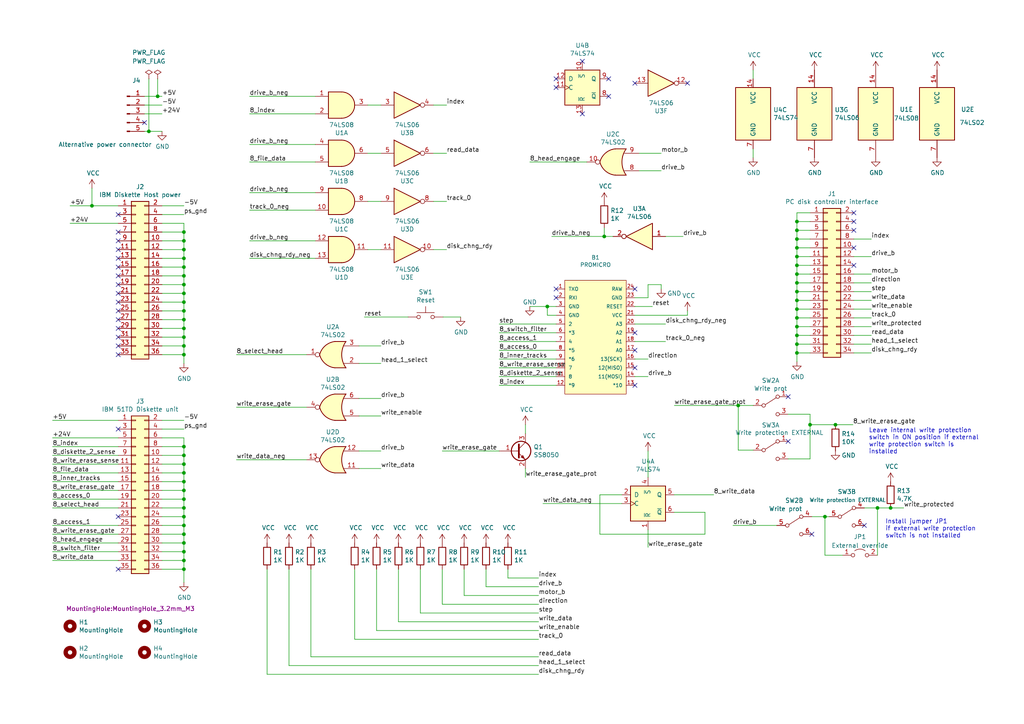
<source format=kicad_sch>
(kicad_sch (version 20211123) (generator eeschema)
  (paper "A4")
  (title_block (title "FloppyRider ") (date "2022-10-12") (rev "2") (comment 1 "https://github.com/inmbolmie/floppyrider") (comment 2 "Disk interface to adapt an IBM 31SD/51TD Diskette drive to the PC floppy interface"))
  (junction (at 231.14 89.662))
  (junction (at 53.34 144.78))
  (junction (at 53.34 160.02))
  (junction (at 43.18 38.1))
  (junction (at 242.316 123.19))
  (junction (at 214.122 117.602))
  (junction (at 53.34 132.08))
  (junction (at 53.34 80.01))
  (junction (at 258.318 147.32))
  (junction (at 158.75 88.9))
  (junction (at 53.34 147.32))
  (junction (at 231.14 82.042))
  (junction (at 53.34 69.85))
  (junction (at 231.14 87.122))
  (junction (at 53.34 162.56))
  (junction (at 53.34 72.39))
  (junction (at 53.34 85.09))
  (junction (at 53.34 90.17))
  (junction (at 53.34 97.79))
  (junction (at 53.34 134.62))
  (junction (at 231.14 64.262))
  (junction (at 231.14 97.282))
  (junction (at 53.34 67.31))
  (junction (at 254.508 147.32))
  (junction (at 175.26 68.58))
  (junction (at 231.14 94.742))
  (junction (at 53.34 129.54))
  (junction (at 53.34 77.47))
  (junction (at 231.14 99.822))
  (junction (at 53.34 154.94))
  (junction (at 234.95 123.19))
  (junction (at 231.14 74.422))
  (junction (at 53.34 152.4))
  (junction (at 53.34 157.48))
  (junction (at 231.14 84.582))
  (junction (at 231.14 76.962))
  (junction (at 231.14 102.362))
  (junction (at 239.268 149.86))
  (junction (at 53.34 100.33))
  (junction (at 53.34 139.7))
  (junction (at 45.72 27.94))
  (junction (at 53.34 137.16))
  (junction (at 231.14 92.202))
  (junction (at 231.14 79.502))
  (junction (at 53.34 92.71))
  (junction (at 53.34 87.63))
  (junction (at 53.34 149.86))
  (junction (at 53.34 165.1))
  (junction (at 53.34 74.93))
  (junction (at 26.67 59.69))
  (junction (at 53.34 142.24))
  (junction (at 53.34 102.87))
  (junction (at 53.34 95.25))
  (junction (at 231.14 66.802))
  (junction (at 231.14 71.882))
  (junction (at 231.14 69.342))
  (junction (at 53.34 82.55))
  (no_connect (at 184.15 83.82))
  (no_connect (at 199.39 24.13))
  (no_connect (at 34.29 102.87))
  (no_connect (at 247.65 64.262))
  (no_connect (at 34.29 100.33))
  (no_connect (at 34.29 74.93))
  (no_connect (at 34.29 67.31))
  (no_connect (at 250.698 152.4))
  (no_connect (at 184.15 111.76))
  (no_connect (at 161.29 83.82))
  (no_connect (at 161.29 22.86))
  (no_connect (at 34.29 82.55))
  (no_connect (at 184.15 24.13))
  (no_connect (at 34.29 97.79))
  (no_connect (at 184.15 96.52))
  (no_connect (at 247.65 66.802))
  (no_connect (at 34.29 77.47))
  (no_connect (at 235.458 154.94))
  (no_connect (at 34.29 80.01))
  (no_connect (at 34.29 149.86))
  (no_connect (at 34.29 90.17))
  (no_connect (at 184.15 101.6))
  (no_connect (at 176.53 27.94))
  (no_connect (at 228.6 115.062))
  (no_connect (at 34.29 87.63))
  (no_connect (at 34.29 72.39))
  (no_connect (at 184.15 106.68))
  (no_connect (at 247.65 76.962))
  (no_connect (at 41.91 35.56))
  (no_connect (at 168.91 33.02))
  (no_connect (at 168.91 17.78))
  (no_connect (at 34.29 62.23))
  (no_connect (at 34.29 92.71))
  (no_connect (at 34.29 165.1))
  (no_connect (at 228.6 128.016))
  (no_connect (at 34.29 69.85))
  (no_connect (at 34.29 85.09))
  (no_connect (at 34.29 124.46))
  (no_connect (at 161.29 25.4))
  (no_connect (at 34.29 95.25))
  (no_connect (at 247.65 71.882))
  (no_connect (at 176.53 22.86))
  (no_connect (at 247.65 61.722))
  (no_connect (at 161.29 86.36))
  (wire (pts (xy 231.14 89.662) (xy 234.95 89.662)))
  (wire (pts (xy 34.29 160.02) (xy 15.24 160.02)))
  (wire (pts (xy 134.62 172.72) (xy 134.62 165.1)))
  (wire (pts (xy 234.95 92.202) (xy 231.14 92.202)))
  (wire (pts (xy 161.29 109.22) (xy 144.78 109.22)))
  (wire (pts (xy 77.47 195.58) (xy 77.47 165.1)))
  (wire (pts (xy 247.65 102.362) (xy 252.73 102.362)))
  (wire (pts (xy 46.99 152.4) (xy 53.34 152.4)))
  (wire (pts (xy 147.32 167.64) (xy 156.21 167.64)))
  (wire (pts (xy 104.14 130.81) (xy 110.49 130.81)))
  (wire (pts (xy 15.24 134.62) (xy 34.29 134.62)))
  (wire (pts (xy 144.78 93.98) (xy 161.29 93.98)))
  (wire (pts (xy 53.34 95.25) (xy 46.99 95.25)))
  (wire (pts (xy 115.57 180.34) (xy 156.21 180.34)))
  (wire (pts (xy 106.68 44.45) (xy 110.49 44.45)))
  (wire (pts (xy 53.34 100.33) (xy 53.34 102.87)))
  (wire (pts (xy 231.14 79.502) (xy 231.14 82.042)))
  (wire (pts (xy 204.47 154.94) (xy 204.47 148.59)))
  (wire (pts (xy 15.24 127) (xy 34.29 127)))
  (wire (pts (xy 231.14 97.282) (xy 231.14 99.822)))
  (wire (pts (xy 90.17 190.5) (xy 156.21 190.5)))
  (wire (pts (xy 109.22 182.88) (xy 156.21 182.88)))
  (wire (pts (xy 46.99 59.69) (xy 53.34 59.69)))
  (wire (pts (xy 231.14 66.802) (xy 231.14 69.342)))
  (wire (pts (xy 173.99 154.94) (xy 204.47 154.94)))
  (wire (pts (xy 218.44 20.32) (xy 218.44 22.86)))
  (wire (pts (xy 53.34 142.24) (xy 53.34 144.78)))
  (wire (pts (xy 247.65 97.282) (xy 252.73 97.282)))
  (wire (pts (xy 254.508 147.32) (xy 258.318 147.32)))
  (wire (pts (xy 53.34 149.86) (xy 53.34 152.4)))
  (wire (pts (xy 43.18 22.86) (xy 43.18 38.1)))
  (wire (pts (xy 161.29 101.6) (xy 144.78 101.6)))
  (wire (pts (xy 231.14 89.662) (xy 231.14 92.202)))
  (wire (pts (xy 184.15 91.44) (xy 199.39 91.44)))
  (wire (pts (xy 252.73 89.662) (xy 247.65 89.662)))
  (wire (pts (xy 53.34 147.32) (xy 53.34 149.86)))
  (wire (pts (xy 173.99 143.51) (xy 180.34 143.51)))
  (wire (pts (xy 53.34 97.79) (xy 53.34 100.33)))
  (wire (pts (xy 46.99 67.31) (xy 53.34 67.31)))
  (wire (pts (xy 152.4 135.89) (xy 152.4 138.43)))
  (wire (pts (xy 242.316 123.19) (xy 247.396 123.19)))
  (wire (pts (xy 53.34 74.93) (xy 46.99 74.93)))
  (wire (pts (xy 104.14 120.65) (xy 110.49 120.65)))
  (wire (pts (xy 53.34 69.85) (xy 46.99 69.85)))
  (wire (pts (xy 231.14 99.822) (xy 231.14 102.362)))
  (wire (pts (xy 53.34 157.48) (xy 53.34 160.02)))
  (wire (pts (xy 102.87 185.42) (xy 156.21 185.42)))
  (wire (pts (xy 106.68 58.42) (xy 110.49 58.42)))
  (wire (pts (xy 214.122 117.602) (xy 218.44 117.602)))
  (wire (pts (xy 184.15 86.36) (xy 187.96 86.36)))
  (wire (pts (xy 53.34 77.47) (xy 53.34 80.01)))
  (wire (pts (xy 105.664 91.948) (xy 118.364 91.948)))
  (wire (pts (xy 115.57 180.34) (xy 115.57 165.1)))
  (wire (pts (xy 140.97 170.18) (xy 140.97 165.1)))
  (wire (pts (xy 199.39 91.44) (xy 199.39 90.17)))
  (wire (pts (xy 46.99 82.55) (xy 53.34 82.55)))
  (wire (pts (xy 128.27 130.81) (xy 144.78 130.81)))
  (wire (pts (xy 26.67 59.69) (xy 26.67 54.61)))
  (wire (pts (xy 110.49 115.57) (xy 104.14 115.57)))
  (wire (pts (xy 53.34 72.39) (xy 53.34 74.93)))
  (wire (pts (xy 218.44 45.72) (xy 218.44 43.18)))
  (wire (pts (xy 53.34 92.71) (xy 53.34 95.25)))
  (wire (pts (xy 53.34 102.87) (xy 53.34 105.41)))
  (wire (pts (xy 184.15 104.14) (xy 187.96 104.14)))
  (wire (pts (xy 187.96 109.22) (xy 184.15 109.22)))
  (wire (pts (xy 231.14 74.422) (xy 231.14 76.962)))
  (wire (pts (xy 231.14 94.742) (xy 231.14 97.282)))
  (wire (pts (xy 45.72 22.86) (xy 45.72 27.94)))
  (wire (pts (xy 158.75 91.44) (xy 158.75 88.9)))
  (wire (pts (xy 247.65 92.202) (xy 252.73 92.202)))
  (wire (pts (xy 234.95 133.096) (xy 234.95 123.19)))
  (wire (pts (xy 231.14 79.502) (xy 234.95 79.502)))
  (wire (pts (xy 140.97 170.18) (xy 156.21 170.18)))
  (wire (pts (xy 53.34 64.77) (xy 53.34 67.31)))
  (wire (pts (xy 46.99 64.77) (xy 53.34 64.77)))
  (wire (pts (xy 53.34 69.85) (xy 53.34 72.39)))
  (wire (pts (xy 234.95 82.042) (xy 231.14 82.042)))
  (wire (pts (xy 234.95 66.802) (xy 231.14 66.802)))
  (wire (pts (xy 187.96 82.55) (xy 187.96 86.36)))
  (wire (pts (xy 235.458 149.86) (xy 239.268 149.86)))
  (wire (pts (xy 212.598 152.4) (xy 225.298 152.4)))
  (wire (pts (xy 46.99 139.7) (xy 53.34 139.7)))
  (wire (pts (xy 46.99 142.24) (xy 53.34 142.24)))
  (wire (pts (xy 46.99 129.54) (xy 53.34 129.54)))
  (wire (pts (xy 102.87 185.42) (xy 102.87 165.1)))
  (wire (pts (xy 68.58 102.87) (xy 88.9 102.87)))
  (wire (pts (xy 53.34 80.01) (xy 46.99 80.01)))
  (wire (pts (xy 214.122 130.556) (xy 214.122 117.602)))
  (wire (pts (xy 46.99 62.23) (xy 53.34 62.23)))
  (wire (pts (xy 15.24 121.92) (xy 34.29 121.92)))
  (wire (pts (xy 72.39 41.91) (xy 91.44 41.91)))
  (wire (pts (xy 68.58 133.35) (xy 88.9 133.35)))
  (wire (pts (xy 46.99 33.02) (xy 41.91 33.02)))
  (wire (pts (xy 128.524 91.948) (xy 133.604 91.948)))
  (wire (pts (xy 231.14 87.122) (xy 231.14 89.662)))
  (wire (pts (xy 72.39 46.99) (xy 91.44 46.99)))
  (wire (pts (xy 53.34 124.46) (xy 46.99 124.46)))
  (wire (pts (xy 53.34 132.08) (xy 46.99 132.08)))
  (wire (pts (xy 15.24 154.94) (xy 34.29 154.94)))
  (wire (pts (xy 152.4 123.19) (xy 152.4 125.73)))
  (wire (pts (xy 129.54 58.42) (xy 125.73 58.42)))
  (wire (pts (xy 121.92 177.8) (xy 121.92 165.1)))
  (wire (pts (xy 239.268 161.036) (xy 239.268 149.86)))
  (wire (pts (xy 72.39 74.93) (xy 91.44 74.93)))
  (wire (pts (xy 231.14 61.722) (xy 231.14 64.262)))
  (wire (pts (xy 258.318 147.32) (xy 262.128 147.32)))
  (wire (pts (xy 45.72 27.94) (xy 41.91 27.94)))
  (wire (pts (xy 46.99 157.48) (xy 53.34 157.48)))
  (wire (pts (xy 53.34 100.33) (xy 46.99 100.33)))
  (wire (pts (xy 184.15 93.98) (xy 193.04 93.98)))
  (wire (pts (xy 53.34 87.63) (xy 53.34 90.17)))
  (wire (pts (xy 46.99 162.56) (xy 53.34 162.56)))
  (wire (pts (xy 106.68 30.48) (xy 110.49 30.48)))
  (wire (pts (xy 46.99 102.87) (xy 53.34 102.87)))
  (wire (pts (xy 144.78 99.06) (xy 161.29 99.06)))
  (wire (pts (xy 250.698 147.32) (xy 254.508 147.32)))
  (wire (pts (xy 15.24 157.48) (xy 34.29 157.48)))
  (wire (pts (xy 15.24 129.54) (xy 34.29 129.54)))
  (wire (pts (xy 175.26 68.58) (xy 177.8 68.58)))
  (wire (pts (xy 231.14 94.742) (xy 234.95 94.742)))
  (wire (pts (xy 157.48 146.05) (xy 180.34 146.05)))
  (wire (pts (xy 53.34 139.7) (xy 53.34 142.24)))
  (wire (pts (xy 175.26 66.04) (xy 175.26 68.58)))
  (wire (pts (xy 72.39 55.88) (xy 91.44 55.88)))
  (wire (pts (xy 46.99 27.94) (xy 45.72 27.94)))
  (wire (pts (xy 15.24 132.08) (xy 34.29 132.08)))
  (wire (pts (xy 53.34 152.4) (xy 53.34 154.94)))
  (wire (pts (xy 46.99 134.62) (xy 53.34 134.62)))
  (wire (pts (xy 144.78 106.68) (xy 161.29 106.68)))
  (wire (pts (xy 195.58 143.51) (xy 207.01 143.51)))
  (wire (pts (xy 53.34 127) (xy 46.99 127)))
  (wire (pts (xy 53.34 85.09) (xy 53.34 87.63)))
  (wire (pts (xy 15.24 139.7) (xy 34.29 139.7)))
  (wire (pts (xy 109.22 182.88) (xy 109.22 165.1)))
  (wire (pts (xy 125.73 44.45) (xy 129.54 44.45)))
  (wire (pts (xy 15.24 137.16) (xy 34.29 137.16)))
  (wire (pts (xy 191.77 82.55) (xy 191.77 83.82)))
  (wire (pts (xy 53.34 127) (xy 53.34 129.54)))
  (wire (pts (xy 53.34 165.1) (xy 53.34 168.91)))
  (wire (pts (xy 231.14 69.342) (xy 234.95 69.342)))
  (wire (pts (xy 46.99 147.32) (xy 53.34 147.32)))
  (wire (pts (xy 239.268 149.86) (xy 240.538 149.86)))
  (wire (pts (xy 234.95 71.882) (xy 231.14 71.882)))
  (wire (pts (xy 231.14 84.582) (xy 231.14 87.122)))
  (wire (pts (xy 53.34 137.16) (xy 53.34 139.7)))
  (wire (pts (xy 228.6 133.096) (xy 234.95 133.096)))
  (wire (pts (xy 187.96 130.81) (xy 187.96 138.43)))
  (wire (pts (xy 195.58 117.602) (xy 214.122 117.602)))
  (wire (pts (xy 185.42 44.45) (xy 191.77 44.45)))
  (wire (pts (xy 46.99 87.63) (xy 53.34 87.63)))
  (wire (pts (xy 53.34 85.09) (xy 46.99 85.09)))
  (wire (pts (xy 158.75 88.9) (xy 153.67 88.9)))
  (wire (pts (xy 231.14 64.262) (xy 231.14 66.802)))
  (wire (pts (xy 231.14 74.422) (xy 234.95 74.422)))
  (wire (pts (xy 53.34 95.25) (xy 53.34 97.79)))
  (wire (pts (xy 106.68 72.39) (xy 110.49 72.39)))
  (wire (pts (xy 234.95 76.962) (xy 231.14 76.962)))
  (wire (pts (xy 231.14 69.342) (xy 231.14 71.882)))
  (wire (pts (xy 53.34 129.54) (xy 53.34 132.08)))
  (wire (pts (xy 72.39 33.02) (xy 91.44 33.02)))
  (wire (pts (xy 128.27 175.26) (xy 128.27 165.1)))
  (wire (pts (xy 77.47 195.58) (xy 156.21 195.58)))
  (wire (pts (xy 147.32 165.1) (xy 147.32 167.64)))
  (wire (pts (xy 46.99 165.1) (xy 53.34 165.1)))
  (wire (pts (xy 83.82 193.04) (xy 83.82 165.1)))
  (wire (pts (xy 15.24 162.56) (xy 34.29 162.56)))
  (wire (pts (xy 218.44 130.556) (xy 214.122 130.556)))
  (wire (pts (xy 184.15 88.9) (xy 189.23 88.9)))
  (wire (pts (xy 20.32 59.69) (xy 26.67 59.69)))
  (wire (pts (xy 46.99 149.86) (xy 53.34 149.86)))
  (wire (pts (xy 90.17 190.5) (xy 90.17 165.1)))
  (wire (pts (xy 125.73 72.39) (xy 129.54 72.39)))
  (wire (pts (xy 53.34 160.02) (xy 53.34 162.56)))
  (wire (pts (xy 53.34 132.08) (xy 53.34 134.62)))
  (wire (pts (xy 104.14 105.41) (xy 110.49 105.41)))
  (wire (pts (xy 252.73 79.502) (xy 247.65 79.502)))
  (wire (pts (xy 247.65 87.122) (xy 252.73 87.122)))
  (wire (pts (xy 231.14 102.362) (xy 231.14 104.902)))
  (wire (pts (xy 252.73 99.822) (xy 247.65 99.822)))
  (wire (pts (xy 231.14 82.042) (xy 231.14 84.582)))
  (wire (pts (xy 43.18 38.1) (xy 46.99 38.1)))
  (wire (pts (xy 53.34 90.17) (xy 46.99 90.17)))
  (wire (pts (xy 234.95 87.122) (xy 231.14 87.122)))
  (wire (pts (xy 72.39 69.85) (xy 91.44 69.85)))
  (wire (pts (xy 53.34 144.78) (xy 53.34 147.32)))
  (wire (pts (xy 91.44 60.96) (xy 72.39 60.96)))
  (wire (pts (xy 247.65 74.422) (xy 252.73 74.422)))
  (wire (pts (xy 34.29 144.78) (xy 15.24 144.78)))
  (wire (pts (xy 128.27 175.26) (xy 156.21 175.26)))
  (wire (pts (xy 161.29 96.52) (xy 144.78 96.52)))
  (wire (pts (xy 231.14 92.202) (xy 231.14 94.742)))
  (wire (pts (xy 187.96 82.55) (xy 191.77 82.55)))
  (wire (pts (xy 46.99 72.39) (xy 53.34 72.39)))
  (wire (pts (xy 184.15 99.06) (xy 193.04 99.06)))
  (wire (pts (xy 53.34 67.31) (xy 53.34 69.85)))
  (wire (pts (xy 160.02 68.58) (xy 175.26 68.58)))
  (wire (pts (xy 161.29 88.9) (xy 158.75 88.9)))
  (wire (pts (xy 252.73 84.582) (xy 247.65 84.582)))
  (wire (pts (xy 252.73 94.742) (xy 247.65 94.742)))
  (wire (pts (xy 46.99 92.71) (xy 53.34 92.71)))
  (wire (pts (xy 41.91 30.48) (xy 46.99 30.48)))
  (wire (pts (xy 231.14 76.962) (xy 231.14 79.502)))
  (wire (pts (xy 104.14 100.33) (xy 110.49 100.33)))
  (wire (pts (xy 72.39 27.94) (xy 91.44 27.94)))
  (wire (pts (xy 252.73 69.342) (xy 247.65 69.342)))
  (wire (pts (xy 41.91 38.1) (xy 43.18 38.1)))
  (wire (pts (xy 53.34 137.16) (xy 46.99 137.16)))
  (wire (pts (xy 231.14 64.262) (xy 234.95 64.262)))
  (wire (pts (xy 15.24 147.32) (xy 34.29 147.32)))
  (wire (pts (xy 254.508 161.036) (xy 254.508 147.32)))
  (wire (pts (xy 104.14 135.89) (xy 110.49 135.89)))
  (wire (pts (xy 234.95 123.19) (xy 242.316 123.19)))
  (wire (pts (xy 53.34 154.94) (xy 53.34 157.48)))
  (wire (pts (xy 244.348 161.036) (xy 239.268 161.036)))
  (wire (pts (xy 83.82 193.04) (xy 156.21 193.04)))
  (wire (pts (xy 46.99 77.47) (xy 53.34 77.47)))
  (wire (pts (xy 134.62 172.72) (xy 156.21 172.72)))
  (wire (pts (xy 228.6 120.142) (xy 234.95 120.142)))
  (wire (pts (xy 193.04 68.58) (xy 198.12 68.58)))
  (wire (pts (xy 234.95 102.362) (xy 231.14 102.362)))
  (wire (pts (xy 195.58 148.59) (xy 204.47 148.59)))
  (wire (pts (xy 34.29 152.4) (xy 15.24 152.4)))
  (wire (pts (xy 53.34 90.17) (xy 53.34 92.71)))
  (wire (pts (xy 53.34 80.01) (xy 53.34 82.55)))
  (wire (pts (xy 170.18 46.99) (xy 153.67 46.99)))
  (wire (pts (xy 88.9 118.11) (xy 68.58 118.11)))
  (wire (pts (xy 234.95 61.722) (xy 231.14 61.722)))
  (wire (pts (xy 231.14 84.582) (xy 234.95 84.582)))
  (wire (pts (xy 231.14 99.822) (xy 234.95 99.822)))
  (wire (pts (xy 161.29 111.76) (xy 144.78 111.76)))
  (wire (pts (xy 46.99 154.94) (xy 53.34 154.94)))
  (wire (pts (xy 187.96 153.67) (xy 187.96 158.75)))
  (wire (pts (xy 53.34 82.55) (xy 53.34 85.09)))
  (wire (pts (xy 53.34 162.56) (xy 53.34 165.1)))
  (wire (pts (xy 46.99 160.02) (xy 53.34 160.02)))
  (wire (pts (xy 185.42 49.53) (xy 191.77 49.53)))
  (wire (pts (xy 46.99 121.92) (xy 53.34 121.92)))
  (wire (pts (xy 15.24 142.24) (xy 34.29 142.24)))
  (wire (pts (xy 129.54 30.48) (xy 125.73 30.48)))
  (wire (pts (xy 161.29 91.44) (xy 158.75 91.44)))
  (wire (pts (xy 144.78 104.14) (xy 161.29 104.14)))
  (wire (pts (xy 234.95 123.19) (xy 234.95 120.142)))
  (wire (pts (xy 53.34 74.93) (xy 53.34 77.47)))
  (wire (pts (xy 46.99 144.78) (xy 53.34 144.78)))
  (wire (pts (xy 26.67 59.69) (xy 34.29 59.69)))
  (wire (pts (xy 121.92 177.8) (xy 156.21 177.8)))
  (wire (pts (xy 247.65 82.042) (xy 252.73 82.042)))
  (wire (pts (xy 46.99 97.79) (xy 53.34 97.79)))
  (wire (pts (xy 34.29 64.77) (xy 20.32 64.77)))
  (wire (pts (xy 234.95 97.282) (xy 231.14 97.282)))
  (wire (pts (xy 173.99 143.51) (xy 173.99 154.94)))
  (wire (pts (xy 53.34 134.62) (xy 53.34 137.16)))
  (wire (pts (xy 231.14 71.882) (xy 231.14 74.422)))
  (text "Install jumper JP1 \nif external write protection \nswitch is not installed" (at 256.794 156.21 0) (effects (font (size 1.27 1.27)) (justify left bottom)))
  (text "Leave internal write protection\nswitch in ON position if external\nwrite protection switch is \ninstalled" (at 251.968 131.826 0) (effects (font (size 1.27 1.27)) (justify left bottom)))
  (label "direction" (at 252.73 82.042 0))
  (label "write_erase_gate" (at 187.96 158.75 0))
  (label "drive_b" (at 212.598 152.4 0))
  (label "index" (at 252.73 69.342 0))
  (label "8_write_erase_gate" (at 15.24 142.24 0))
  (label "index" (at 156.21 167.64 0))
  (label "motor_b" (at 191.77 44.45 0))
  (label "step" (at 144.78 93.98 0))
  (label "+5V" (at 20.32 59.69 0))
  (label "8_write_erase_gate" (at 247.396 123.19 0))
  (label "reset" (at 189.23 88.9 0))
  (label "motor_b" (at 252.73 79.502 0))
  (label "track_0" (at 129.54 58.42 0))
  (label "ps_gnd" (at 53.34 124.46 0))
  (label "read_data" (at 252.73 97.282 0))
  (label "track_0" (at 156.21 185.42 0))
  (label "8_write_erase_sense" (at 15.24 134.62 0))
  (label "drive_b" (at 110.49 130.81 0))
  (label "8_file_data" (at 72.39 46.99 0))
  (label "+5V" (at 15.24 121.92 0))
  (label "write_protected" (at 262.128 147.32 0))
  (label "+24V" (at 20.32 64.77 0))
  (label "write_data" (at 252.73 87.122 0))
  (label "+24V" (at 46.99 33.02 0))
  (label "-5V" (at 53.34 59.69 0))
  (label "read_data" (at 156.21 190.5 0))
  (label "step" (at 156.21 177.8 0))
  (label "drive_b" (at 156.21 170.18 0))
  (label "8_head_engage" (at 153.67 46.99 0))
  (label "8_head_engage" (at 15.24 157.48 0))
  (label "drive_b_neg" (at 72.39 69.85 0))
  (label "8_write_data" (at 207.01 143.51 0))
  (label "drive_b" (at 198.12 68.58 0))
  (label "disk_chng_rdy" (at 129.54 72.39 0))
  (label "drive_b" (at 187.96 109.22 0))
  (label "direction" (at 187.96 104.14 0))
  (label "8_inner_tracks" (at 144.78 104.14 0))
  (label "8_access_0" (at 144.78 101.6 0))
  (label "drive_b_neg" (at 160.02 68.58 0))
  (label "8_index" (at 15.24 129.54 0))
  (label "disk_chng_rdy" (at 252.73 102.362 0))
  (label "drive_b_neg" (at 72.39 55.88 0))
  (label "write_data_neg" (at 68.58 133.35 0))
  (label "drive_b" (at 110.49 100.33 0))
  (label "ps_gnd" (at 53.34 62.23 0))
  (label "+24V" (at 15.24 127 0))
  (label "reset" (at 105.664 91.948 0))
  (label "8_select_head" (at 15.24 147.32 0))
  (label "8_write_data" (at 15.24 162.56 0))
  (label "index" (at 129.54 30.48 0))
  (label "head_1_select" (at 110.49 105.41 0))
  (label "+5V" (at 46.99 27.94 0))
  (label "motor_b" (at 156.21 172.72 0))
  (label "write_enable" (at 156.21 182.88 0))
  (label "-5V" (at 46.99 30.48 0))
  (label "track_0_neg" (at 193.04 99.06 0))
  (label "drive_b_neg" (at 72.39 27.94 0))
  (label "8_file_data" (at 15.24 137.16 0))
  (label "drive_b" (at 252.73 74.422 0))
  (label "write_erase_gate_prot" (at 195.58 117.602 0))
  (label "write_protected" (at 252.73 94.742 0))
  (label "write_data" (at 110.49 135.89 0))
  (label "write_enable" (at 110.49 120.65 0))
  (label "write_data" (at 156.21 180.34 0))
  (label "head_1_select" (at 156.21 193.04 0))
  (label "write_erase_gate" (at 68.58 118.11 0))
  (label "disk_chng_rdy_neg" (at 193.04 93.98 0))
  (label "write_enable" (at 252.73 89.662 0))
  (label "drive_b_neg" (at 72.39 41.91 0))
  (label "disk_chng_rdy" (at 156.21 195.58 0))
  (label "track_0" (at 252.73 92.202 0))
  (label "8_index" (at 72.39 33.02 0))
  (label "8_select_head" (at 68.58 102.87 0))
  (label "8_diskette_2_sense" (at 144.78 109.22 0))
  (label "8_switch_filter" (at 144.78 96.52 0))
  (label "8_switch_filter" (at 15.24 160.02 0))
  (label "direction" (at 156.21 175.26 0))
  (label "drive_b" (at 191.77 49.53 0))
  (label "8_diskette_2_sense" (at 15.24 132.08 0))
  (label "write_erase_gate" (at 128.27 130.81 0))
  (label "step" (at 252.73 84.582 0))
  (label "disk_chng_rdy_neg" (at 72.39 74.93 0))
  (label "read_data" (at 129.54 44.45 0))
  (label "8_inner_tracks" (at 15.24 139.7 0))
  (label "write_data_neg" (at 157.48 146.05 0))
  (label "8_write_erase_sense" (at 144.78 106.68 0))
  (label "8_write_erase_gate" (at 15.24 154.94 0))
  (label "drive_b" (at 110.49 115.57 0))
  (label "track_0_neg" (at 72.39 60.96 0))
  (label "8_access_1" (at 15.24 152.4 0))
  (label "8_access_0" (at 15.24 144.78 0))
  (label "-5V" (at 53.34 121.92 0))
  (label "write_erase_gate_prot" (at 152.4 138.43 0))
  (label "8_access_1" (at 144.78 99.06 0))
  (label "head_1_select" (at 252.73 99.822 0))
  (label "8_index" (at 144.78 111.76 0))
  (symbol (lib_id "promicro:SPARKFUN_PRO_MICRO") (at 172.72 97.79 0) (unit 1) (in_bom no)
    (property "Reference" "B1" (at 172.72 74.676 0) (effects (font (size 1.143 1.143))))
    (property "Value" "PROMICRO" (at 172.72 76.8096 0) (effects (font (size 1.143 1.143))))
    (property "Footprint" "promicro:SPARKFUN_PRO_MICRO" (effects hide))
  )
  (symbol (lib_id "Connector_Generic:Conn_02x18_Odd_Even") (at 39.37 142.24 0) (unit 1) (in_bom no)
    (property "Reference" "J3" (at 40.64 116.4082 0))
    (property "Value" "IBM 51TD Diskette unit" (at 40.64 118.7196 0))
    (property "Footprint" "Connector_PinHeader_2.54mm:PinHeader_2x18_P2.54mm_Vertical" (effects hide))
  )
  (symbol (lib_id "Connector_Generic:Conn_02x17_Odd_Even") (at 240.03 82.042 0) (unit 1) (in_bom no)
    (property "Reference" "J1" (at 241.3 56.2102 0))
    (property "Value" "PC disk controller interface" (at 241.3 58.5216 0))
    (property "Footprint" "Connector_PinHeader_2.54mm:PinHeader_2x17_P2.54mm_Vertical" (effects hide))
  )
  (symbol (lib_id "74xx:74LS02") (at 177.8 46.99 180) (unit 3)
    (property "Reference" "U2" (at 177.8 38.9382 0))
    (property "Value" "74LS02" (at 177.8 41.2496 0))
    (property "Footprint" "Package_SO:SO-14_3.9x8.65mm_P1.27mm" (effects hide))
    (property "Datasheet" "http://www.ti.com/lit/gpn/sn74ls02" (effects hide))
  )
  (symbol (lib_id "power:GND") (at 53.34 168.91 0) (unit 1)
    (property "Reference" "#PWR04" (effects hide))
    (property "Value" "GND" (at 53.467 173.3042 0))
  )
  (symbol (lib_id "74xx:74LS06") (at 185.42 68.58 180) (unit 1)
    (property "Reference" "U3" (at 185.42 60.5282 0))
    (property "Value" "74LS06" (at 185.42 62.8396 0))
    (property "Footprint" "Package_SO:SO-14_3.9x8.65mm_P1.27mm" (effects hide))
    (property "Datasheet" "http://www.ti.com/lit/gpn/sn74LS04" (effects hide))
    (property "LCSC" "C113682" (effects hide))
  )
  (symbol (lib_id "74xx:74LS06") (at 236.22 33.02 0) (unit 7)
    (property "Reference" "U3" (at 242.062 31.8516 0) (effects (justify left)))
    (property "Value" "74LS06" (at 242.062 34.163 0) (effects (justify left)))
    (property "Footprint" "Package_SO:SO-14_3.9x8.65mm_P1.27mm" (effects hide))
    (property "Datasheet" "http://www.ti.com/lit/gpn/sn74LS04" (effects hide))
  )
  (symbol (lib_id "Connector:Conn_01x05_Male") (at 36.83 33.02 0) (unit 1) (in_bom no)
    (property "Reference" "J4" (at 39.5732 23.3426 0))
    (property "Value" "Alternative power connector" (at 30.48 41.91 0))
    (property "Footprint" "Connector_PinHeader_2.54mm:PinHeader_1x05_P2.54mm_Vertical" (effects hide))
  )
  (symbol (lib_id "Device:R") (at 258.318 143.51 0) (unit 1)
    (property "Reference" "R13" (at 260.096 142.3416 0) (effects (justify left)))
    (property "Value" "4,7K" (at 260.096 144.653 0) (effects (justify left)))
    (property "Footprint" "Resistor_SMD:R_0603_1608Metric" (effects hide))
    (property "LCSC" "C23162" (effects hide))
  )
  (symbol (lib_id "power:VCC") (at 258.318 139.7 0) (unit 1)
    (property "Reference" "#PWR023" (effects hide))
    (property "Value" "VCC" (at 258.699 135.3058 0))
  )
  (symbol (lib_id "74xx:74LS08") (at 99.06 58.42 0) (unit 3)
    (property "Reference" "U1" (at 99.06 66.4718 0))
    (property "Value" "74LS08" (at 99.06 64.1604 0))
    (property "Footprint" "Package_SO:SO-14_3.9x8.65mm_P1.27mm" (effects hide))
    (property "Datasheet" "http://www.ti.com/lit/gpn/sn74LS33" (effects hide))
  )
  (symbol (lib_id "Connector_Generic:Conn_02x18_Odd_Even") (at 39.37 80.01 0) (unit 1) (in_bom no)
    (property "Reference" "J2" (at 40.64 54.1782 0))
    (property "Value" "IBM Diskette Host power" (at 40.64 56.4896 0))
    (property "Footprint" "Connector_PinHeader_2.54mm:PinHeader_2x18_P2.54mm_Vertical" (effects hide))
  )
  (symbol (lib_id "74xx:74LS08") (at 99.06 44.45 0) (unit 2)
    (property "Reference" "U1" (at 99.06 52.5018 0))
    (property "Value" "74LS08" (at 99.06 50.1904 0))
    (property "Footprint" "Package_SO:SO-14_3.9x8.65mm_P1.27mm" (effects hide))
    (property "Datasheet" "http://www.ti.com/lit/gpn/sn74LS33" (effects hide))
  )
  (symbol (lib_id "74xx:74LS08") (at 99.06 30.48 0) (unit 1)
    (property "Reference" "U1" (at 99.06 38.5318 0))
    (property "Value" "74LS08" (at 99.06 36.2204 0))
    (property "Footprint" "Package_SO:SO-14_3.9x8.65mm_P1.27mm" (effects hide))
    (property "Datasheet" "http://www.ti.com/lit/gpn/sn74LS33" (effects hide))
    (property "LCSC" "C6802" (effects hide))
  )
  (symbol (lib_id "74xx:74LS08") (at 99.06 72.39 0) (unit 4)
    (property "Reference" "U1" (at 99.06 80.4418 0))
    (property "Value" "74LS08" (at 99.06 78.1304 0))
    (property "Footprint" "Package_SO:SO-14_3.9x8.65mm_P1.27mm" (effects hide))
    (property "Datasheet" "http://www.ti.com/lit/gpn/sn74LS33" (effects hide))
  )
  (symbol (lib_id "Switch:SW_Push") (at 123.444 91.948 0) (unit 1)
    (property "Reference" "SW1" (at 123.444 84.709 0))
    (property "Value" "Reset" (at 123.444 87.0204 0))
    (property "Footprint" "Button_Switch_SMD:SW_Push_1P1T_NO_6x6mm_H9.5mm" (effects hide))
    (property "LCSC" "C221880" (effects hide))
  )
  (symbol (lib_id "power:VCC") (at 236.22 20.32 0) (unit 1)
    (property "Reference" "#PWR09" (effects hide))
    (property "Value" "VCC" (at 236.601 15.9258 0))
  )
  (symbol (lib_id "power:GND") (at 236.22 45.72 0) (unit 1)
    (property "Reference" "#PWR010" (effects hide))
    (property "Value" "GND" (at 236.347 50.1142 0))
  )
  (symbol (lib_id "74xx:74LS08") (at 254 33.02 0) (unit 5)
    (property "Reference" "U1" (at 262.89 31.75 0))
    (property "Value" "74LS08" (at 262.89 34.29 0))
    (property "Footprint" "Package_SO:SO-14_3.9x8.65mm_P1.27mm" (effects hide))
    (property "Datasheet" "http://www.ti.com/lit/gpn/sn74LS33" (effects hide))
  )
  (symbol (lib_id "74xx:74LS74") (at 187.96 146.05 0) (unit 1)
    (property "Reference" "U4" (at 187.96 133.8326 0))
    (property "Value" "74LS74" (at 187.96 136.144 0))
    (property "Footprint" "Package_SO:SO-14_3.9x8.65mm_P1.27mm" (effects hide))
    (property "Datasheet" "74xx/74hc_hct74.pdf" (effects hide))
    (property "LCSC" "C39990" (effects hide))
  )
  (symbol (lib_id "power:GND") (at 133.604 91.948 0) (unit 1)
    (property "Reference" "#PWR022" (effects hide))
    (property "Value" "GND" (at 133.731 96.3422 0))
  )
  (symbol (lib_id "74xx:74LS02") (at 271.78 33.02 0) (unit 5)
    (property "Reference" "U2" (at 280.67 31.75 0))
    (property "Value" "74LS02" (at 281.94 35.56 0))
    (property "Footprint" "Package_SO:SO-14_3.9x8.65mm_P1.27mm" (effects hide))
    (property "Datasheet" "http://www.ti.com/lit/gpn/sn74ls02" (effects hide))
  )
  (symbol (lib_id "power:GND") (at 254 45.72 0) (unit 1)
    (property "Reference" "#PWR013" (effects hide))
    (property "Value" "GND" (at 254.127 50.1142 0))
  )
  (symbol (lib_id "power:GND") (at 271.78 45.72 0) (unit 1)
    (property "Reference" "#PWR015" (effects hide))
    (property "Value" "GND" (at 271.907 50.1142 0))
  )
  (symbol (lib_id "power:VCC") (at 254 20.32 0) (unit 1)
    (property "Reference" "#PWR012" (effects hide))
    (property "Value" "VCC" (at 254.381 15.9258 0))
  )
  (symbol (lib_id "power:VCC") (at 271.78 20.32 0) (unit 1)
    (property "Reference" "#PWR014" (effects hide))
    (property "Value" "VCC" (at 272.161 15.9258 0))
  )
  (symbol (lib_id "power:GND") (at 46.99 38.1 0) (unit 1)
    (property "Reference" "#PWR0101" (effects hide))
    (property "Value" "GND" (at 47.117 42.4942 0))
  )
  (symbol (lib_id "74xx:74LS02") (at 96.52 102.87 180) (unit 1)
    (property "Reference" "U2" (at 96.52 94.8182 0))
    (property "Value" "74LS02" (at 96.52 97.1296 0))
    (property "Footprint" "Package_SO:SO-14_3.9x8.65mm_P1.27mm" (effects hide))
    (property "Datasheet" "http://www.ti.com/lit/gpn/sn74ls02" (effects hide))
    (property "LCSC" "C6794" (effects hide))
  )
  (symbol (lib_id "74xx:74LS02") (at 96.52 118.11 180) (unit 2)
    (property "Reference" "U2" (at 96.52 110.0582 0))
    (property "Value" "74LS02" (at 96.52 112.3696 0))
    (property "Footprint" "Package_SO:SO-14_3.9x8.65mm_P1.27mm" (effects hide))
    (property "Datasheet" "http://www.ti.com/lit/gpn/sn74ls02" (effects hide))
  )
  (symbol (lib_id "74xx:74LS02") (at 96.52 133.35 180) (unit 4)
    (property "Reference" "U2" (at 96.52 125.2982 0))
    (property "Value" "74LS02" (at 96.52 127.6096 0))
    (property "Footprint" "Package_SO:SO-14_3.9x8.65mm_P1.27mm" (effects hide))
    (property "Datasheet" "http://www.ti.com/lit/gpn/sn74ls02" (effects hide))
  )
  (symbol (lib_id "power:PWR_FLAG") (at 45.72 22.86 0) (unit 1)
    (property "Reference" "#FLG0101" (effects hide))
    (property "Value" "PWR_FLAG" (at 43.18 17.78 0))
  )
  (symbol (lib_id "power:PWR_FLAG") (at 43.18 22.86 0) (unit 1)
    (property "Reference" "#FLG0102" (effects hide))
    (property "Value" "PWR_FLAG" (at 43.18 15.24 0))
  )
  (symbol (lib_id "power:GND") (at 53.34 105.41 0) (unit 1)
    (property "Reference" "#PWR03" (effects hide))
    (property "Value" "GND" (at 53.467 109.8042 0))
  )
  (symbol (lib_id "power:VCC") (at 187.96 130.81 0) (unit 1)
    (property "Reference" "#PWR0102" (effects hide))
    (property "Value" "VCC" (at 188.341 126.4158 0))
  )
  (symbol (lib_id "power:VCC") (at 152.4 123.19 0) (unit 1)
    (property "Reference" "#PWR0105" (effects hide))
    (property "Value" "VCC" (at 152.781 118.7958 0))
  )
  (symbol (lib_id "74xx:74LS06") (at 118.11 30.48 0) (unit 2)
    (property "Reference" "U3" (at 118.11 38.5318 0))
    (property "Value" "74LS06" (at 118.11 36.2204 0))
    (property "Footprint" "Package_SO:SO-14_3.9x8.65mm_P1.27mm" (effects hide))
    (property "Datasheet" "http://www.ti.com/lit/gpn/sn74LS04" (effects hide))
  )
  (symbol (lib_id "74xx:74LS74") (at 168.91 25.4 0) (unit 2)
    (property "Reference" "U4" (at 168.91 13.1826 0))
    (property "Value" "74LS74" (at 168.91 15.494 0))
    (property "Footprint" "Package_SO:SO-14_3.9x8.65mm_P1.27mm" (effects hide))
    (property "Datasheet" "74xx/74hc_hct74.pdf" (effects hide))
  )
  (symbol (lib_id "74xx:74LS04") (at 118.11 44.45 0) (unit 3)
    (property "Reference" "U3" (at 118.11 52.5018 0))
    (property "Value" "74LS06" (at 118.11 50.1904 0))
    (property "Footprint" "Package_SO:SO-14_3.9x8.65mm_P1.27mm" (effects hide))
    (property "Datasheet" "http://www.ti.com/lit/gpn/sn74LS04" (effects hide))
  )
  (symbol (lib_id "74xx:74LS06") (at 118.11 58.42 0) (unit 4)
    (property "Reference" "U3" (at 118.11 66.4718 0))
    (property "Value" "74LS06" (at 118.11 64.1604 0))
    (property "Footprint" "Package_SO:SO-14_3.9x8.65mm_P1.27mm" (effects hide))
    (property "Datasheet" "http://www.ti.com/lit/gpn/sn74LS04" (effects hide))
  )
  (symbol (lib_id "74xx:74LS06") (at 118.11 72.39 0) (unit 5)
    (property "Reference" "U3" (at 118.11 80.4418 0))
    (property "Value" "74LS06" (at 118.11 78.1304 0))
    (property "Footprint" "Package_SO:SO-14_3.9x8.65mm_P1.27mm" (effects hide))
    (property "Datasheet" "http://www.ti.com/lit/gpn/sn74LS04" (effects hide))
  )
  (symbol (lib_id "power:VCC") (at 26.67 54.61 0) (unit 1)
    (property "Reference" "#PWR02" (effects hide))
    (property "Value" "VCC" (at 27.051 50.2158 0))
  )
  (symbol (lib_id "74xx:74LS74") (at 218.44 33.02 0) (unit 3)
    (property "Reference" "U4" (at 224.282 31.8516 0) (effects (justify left)))
    (property "Value" "74LS74" (at 224.282 34.163 0) (effects (justify left)))
    (property "Footprint" "Package_SO:SO-14_3.9x8.65mm_P1.27mm" (effects hide))
    (property "Datasheet" "74xx/74hc_hct74.pdf" (effects hide))
  )
  (symbol (lib_id "74xx:74LS04") (at 191.77 24.13 0) (unit 6)
    (property "Reference" "U3" (at 191.77 32.1818 0))
    (property "Value" "74LS06" (at 191.77 29.8704 0))
    (property "Footprint" "Package_SO:SO-14_3.9x8.65mm_P1.27mm" (effects hide))
    (property "Datasheet" "http://www.ti.com/lit/gpn/sn74LS04" (effects hide))
  )
  (symbol (lib_id "Device:R") (at 175.26 62.23 0) (unit 1)
    (property "Reference" "R12" (at 177.038 61.0616 0) (effects (justify left)))
    (property "Value" "1K" (at 177.038 63.373 0) (effects (justify left)))
    (property "Footprint" "Resistor_SMD:R_0603_1608Metric" (effects hide))
    (property "LCSC" "C21190" (effects hide))
  )
  (symbol (lib_id "power:VCC") (at 175.26 58.42 0) (unit 1)
    (property "Reference" "#PWR01" (effects hide))
    (property "Value" "VCC" (at 175.641 54.0258 0))
  )
  (symbol (lib_id "power:GND") (at 191.77 83.82 0) (unit 1)
    (property "Reference" "#PWR019" (effects hide))
    (property "Value" "GND" (at 195.58 85.09 0))
  )
  (symbol (lib_id "power:GND") (at 153.67 88.9 0) (unit 1)
    (property "Reference" "#PWR016" (effects hide))
    (property "Value" "GND" (at 153.67 87.63 0))
  )
  (symbol (lib_id "power:GND") (at 231.14 104.902 0) (unit 1)
    (property "Reference" "#PWR021" (effects hide))
    (property "Value" "GND" (at 231.267 109.2962 0))
  )
  (symbol (lib_id "Transistor_BJT:2SC1945") (at 149.86 130.81 0) (unit 1)
    (property "Reference" "Q1" (at 154.7368 129.6416 0) (effects (justify left)))
    (property "Value" "SS8050" (at 154.7368 131.953 0) (effects (justify left)))
    (property "Footprint" "Package_TO_SOT_SMD:SOT-23" (effects hide))
    (property "Datasheet" "http://rtellason.com/transdata/2sc1945.pdf" (effects hide))
    (property "LCSC" "C2150" (effects hide))
  )
  (symbol (lib_id "Switch:SW_DPDT_x2") (at 230.378 152.4 0) (unit 2)
    (property "Reference" "SW2" (at 230.378 145.161 0))
    (property "Value" "Write prot" (at 227.838 147.574 0))
    (property "Footprint" "dpdt_2:SW-TH_K3-2235S-K1" (effects hide))
    (property "LCSC" "C223859" (effects hide))
  )
  (symbol (lib_id "Switch:SW_DPDT_x2") (at 223.52 117.602 0) (unit 1)
    (property "Reference" "SW2" (at 223.52 110.363 0))
    (property "Value" "Write prot" (at 223.52 112.6744 0))
    (property "Footprint" "dpdt_2:SW-TH_K3-2235S-K1" (effects hide))
    (property "LCSC" "C223859" (effects hide))
  )
  (symbol (lib_id "power:VCC") (at 218.44 20.32 0) (unit 1)
    (property "Reference" "#PWR0103" (effects hide))
    (property "Value" "VCC" (at 218.821 15.9258 0))
  )
  (symbol (lib_id "power:GND") (at 218.44 45.72 0) (unit 1)
    (property "Reference" "#PWR0104" (effects hide))
    (property "Value" "GND" (at 218.567 50.1142 0))
  )
  (symbol (lib_id "Device:R") (at 77.47 161.29 0) (unit 1)
    (property "Reference" "R1" (at 79.248 160.1216 0) (effects (justify left)))
    (property "Value" "1K" (at 79.248 162.433 0) (effects (justify left)))
    (property "Footprint" "Resistor_SMD:R_0603_1608Metric" (effects hide))
    (property "LCSC" "C21190" (effects hide))
  )
  (symbol (lib_id "power:VCC") (at 77.47 157.48 0) (unit 1)
    (property "Reference" "#PWR05" (effects hide))
    (property "Value" "VCC" (at 77.851 153.0858 0))
  )
  (symbol (lib_id "Device:R") (at 83.82 161.29 0) (unit 1)
    (property "Reference" "R2" (at 85.598 160.1216 0) (effects (justify left)))
    (property "Value" "1K" (at 85.598 162.433 0) (effects (justify left)))
    (property "Footprint" "Resistor_SMD:R_0603_1608Metric" (effects hide))
    (property "LCSC" "C21190" (effects hide))
  )
  (symbol (lib_id "power:VCC") (at 83.82 157.48 0) (unit 1)
    (property "Reference" "#PWR06" (effects hide))
    (property "Value" "VCC" (at 84.201 153.0858 0))
  )
  (symbol (lib_id "Device:R") (at 90.17 161.29 0) (unit 1)
    (property "Reference" "R3" (at 91.948 160.1216 0) (effects (justify left)))
    (property "Value" "1K" (at 91.948 162.433 0) (effects (justify left)))
    (property "Footprint" "Resistor_SMD:R_0603_1608Metric" (effects hide))
    (property "LCSC" "C21190" (effects hide))
  )
  (symbol (lib_id "power:VCC") (at 90.17 157.48 0) (unit 1)
    (property "Reference" "#PWR07" (effects hide))
    (property "Value" "VCC" (at 90.551 153.0858 0))
  )
  (symbol (lib_id "Device:R") (at 102.87 161.29 0) (unit 1)
    (property "Reference" "R4" (at 104.648 160.1216 0) (effects (justify left)))
    (property "Value" "1K" (at 104.648 162.433 0) (effects (justify left)))
    (property "Footprint" "Resistor_SMD:R_0603_1608Metric" (effects hide))
    (property "LCSC" "C21190" (effects hide))
  )
  (symbol (lib_id "power:VCC") (at 102.87 157.48 0) (unit 1)
    (property "Reference" "#PWR08" (effects hide))
    (property "Value" "VCC" (at 103.251 153.0858 0))
  )
  (symbol (lib_id "Device:R") (at 109.22 161.29 0) (unit 1)
    (property "Reference" "R5" (at 110.998 160.1216 0) (effects (justify left)))
    (property "Value" "1K" (at 110.998 162.433 0) (effects (justify left)))
    (property "Footprint" "Resistor_SMD:R_0603_1608Metric" (effects hide))
    (property "LCSC" "C21190" (effects hide))
  )
  (symbol (lib_id "power:VCC") (at 109.22 157.48 0) (unit 1)
    (property "Reference" "#PWR011" (effects hide))
    (property "Value" "VCC" (at 109.601 153.0858 0))
  )
  (symbol (lib_id "Device:R") (at 115.57 161.29 0) (unit 1)
    (property "Reference" "R6" (at 117.348 160.1216 0) (effects (justify left)))
    (property "Value" "1K" (at 117.348 162.433 0) (effects (justify left)))
    (property "Footprint" "Resistor_SMD:R_0603_1608Metric" (effects hide))
    (property "LCSC" "C21190" (effects hide))
  )
  (symbol (lib_id "power:VCC") (at 115.57 157.48 0) (unit 1)
    (property "Reference" "#PWR017" (effects hide))
    (property "Value" "VCC" (at 115.951 153.0858 0))
  )
  (symbol (lib_id "Device:R") (at 121.92 161.29 0) (unit 1)
    (property "Reference" "R7" (at 123.698 160.1216 0) (effects (justify left)))
    (property "Value" "1K" (at 123.698 162.433 0) (effects (justify left)))
    (property "Footprint" "Resistor_SMD:R_0603_1608Metric" (effects hide))
    (property "LCSC" "C21190" (effects hide))
  )
  (symbol (lib_id "power:VCC") (at 121.92 157.48 0) (unit 1)
    (property "Reference" "#PWR018" (effects hide))
    (property "Value" "VCC" (at 122.301 153.0858 0))
  )
  (symbol (lib_id "Device:R") (at 128.27 161.29 0) (unit 1)
    (property "Reference" "R8" (at 130.048 160.1216 0) (effects (justify left)))
    (property "Value" "1K" (at 130.048 162.433 0) (effects (justify left)))
    (property "Footprint" "Resistor_SMD:R_0603_1608Metric" (effects hide))
    (property "LCSC" "C21190" (effects hide))
  )
  (symbol (lib_id "power:VCC") (at 128.27 157.48 0) (unit 1)
    (property "Reference" "#PWR024" (effects hide))
    (property "Value" "VCC" (at 128.651 153.0858 0))
  )
  (symbol (lib_id "Device:R") (at 134.62 161.29 0) (unit 1)
    (property "Reference" "R9" (at 136.398 160.1216 0) (effects (justify left)))
    (property "Value" "1K" (at 136.398 162.433 0) (effects (justify left)))
    (property "Footprint" "Resistor_SMD:R_0603_1608Metric" (effects hide))
    (property "LCSC" "C21190" (effects hide))
  )
  (symbol (lib_id "power:VCC") (at 134.62 157.48 0) (unit 1)
    (property "Reference" "#PWR025" (effects hide))
    (property "Value" "VCC" (at 135.001 153.0858 0))
  )
  (symbol (lib_id "Device:R") (at 140.97 161.29 0) (unit 1)
    (property "Reference" "R10" (at 142.748 160.1216 0) (effects (justify left)))
    (property "Value" "1K" (at 142.748 162.433 0) (effects (justify left)))
    (property "Footprint" "Resistor_SMD:R_0603_1608Metric" (effects hide))
    (property "LCSC" "C21190" (effects hide))
  )
  (symbol (lib_id "power:VCC") (at 140.97 157.48 0) (unit 1)
    (property "Reference" "#PWR026" (effects hide))
    (property "Value" "VCC" (at 141.351 153.0858 0))
  )
  (symbol (lib_id "Device:R") (at 147.32 161.29 0) (unit 1)
    (property "Reference" "R11" (at 149.098 160.1216 0) (effects (justify left)))
    (property "Value" "1K" (at 149.098 162.433 0) (effects (justify left)))
    (property "Footprint" "Resistor_SMD:R_0603_1608Metric" (effects hide))
    (property "LCSC" "C21190" (effects hide))
  )
  (symbol (lib_id "power:VCC") (at 147.32 157.48 0) (unit 1)
    (property "Reference" "#PWR027" (effects hide))
    (property "Value" "VCC" (at 147.701 153.0858 0))
  )
  (symbol (lib_id "power:VCC") (at 199.39 90.17 0) (unit 1)
    (property "Reference" "#PWR020" (effects hide))
    (property "Value" "VCC" (at 199.771 85.7758 0))
  )
  (symbol (lib_id "Mechanical:MountingHole") (at 20.32 181.61 0) (unit 1) (in_bom no)
    (property "Reference" "H1" (at 22.86 180.4416 0) (effects (justify left)))
    (property "Value" "MountingHole" (at 22.86 182.753 0) (effects (justify left)))
    (property "Footprint" "MountingHole:MountingHole_3.2mm_M3" (at 37.846 176.53 0))
  )
  (symbol (lib_id "Mechanical:MountingHole") (at 20.32 189.23 0) (unit 1) (in_bom no)
    (property "Reference" "H2" (at 22.86 188.0616 0) (effects (justify left)))
    (property "Value" "MountingHole" (at 22.86 190.373 0) (effects (justify left)))
    (property "Footprint" "MountingHole:MountingHole_3.2mm_M3" (effects hide))
  )
  (symbol (lib_id "Mechanical:MountingHole") (at 41.91 181.61 0) (unit 1) (in_bom no)
    (property "Reference" "H3" (at 44.45 180.4416 0) (effects (justify left)))
    (property "Value" "MountingHole" (at 44.45 182.753 0) (effects (justify left)))
    (property "Footprint" "MountingHole:MountingHole_3.2mm_M3" (effects hide))
  )
  (symbol (lib_id "Mechanical:MountingHole") (at 41.91 189.23 0) (unit 1) (in_bom no)
    (property "Reference" "H4" (at 44.45 188.0616 0) (effects (justify left)))
    (property "Value" "MountingHole" (at 44.45 190.373 0) (effects (justify left)))
    (property "Footprint" "MountingHole:MountingHole_3.2mm_M3" (effects hide))
  )
  (symbol (lib_id "Device:R") (at 242.316 127 0) (unit 1)
    (property "Reference" "R14" (at 244.094 125.8316 0) (effects (justify left)))
    (property "Value" "10K" (at 244.094 128.143 0) (effects (justify left)))
    (property "Footprint" "Resistor_SMD:R_0603_1608Metric" (effects hide))
    (property "LCSC" "C25804" (effects hide))
  )
  (symbol (lib_id "Switch:SW_DPDT_x2") (at 245.618 149.86 0) (unit 2) (in_bom no)
    (property "Reference" "SW3" (at 245.618 142.621 0))
    (property "Value" "Write protection EXTERNAL" (at 245.872 145.034 0) (effects (font (size 1.1 1.1))))
    (property "Footprint" "mis_partes:PinHeader_2x03_P2.54mm_Vertical CUSTOM" (effects hide))
  )
  (symbol (lib_id "Switch:SW_DPDT_x2") (at 223.52 130.556 0) (unit 1) (in_bom no)
    (property "Reference" "SW3" (at 223.52 123.317 0))
    (property "Value" "Write protection EXTERNAL" (at 226.06 125.476 0))
    (property "Footprint" "mis_partes:PinHeader_2x03_P2.54mm_Vertical CUSTOM" (effects hide))
  )
  (symbol (lib_id "Jumper:Jumper_2_Open") (at 249.428 161.036 0) (unit 1) (in_bom no)
    (property "Reference" "JP1" (at 249.428 155.6852 0))
    (property "Value" "External override" (at 249.428 158.2221 0))
    (property "Footprint" "Connector_PinHeader_2.54mm:PinHeader_1x02_P2.54mm_Vertical" (effects hide))
  )
  (symbol (lib_id "power:GND") (at 242.316 130.81 0) (unit 1)
    (property "Reference" "#PWR0106" (effects hide))
    (property "Value" "GND" (at 246.126 132.08 0))
  )
)
</source>
